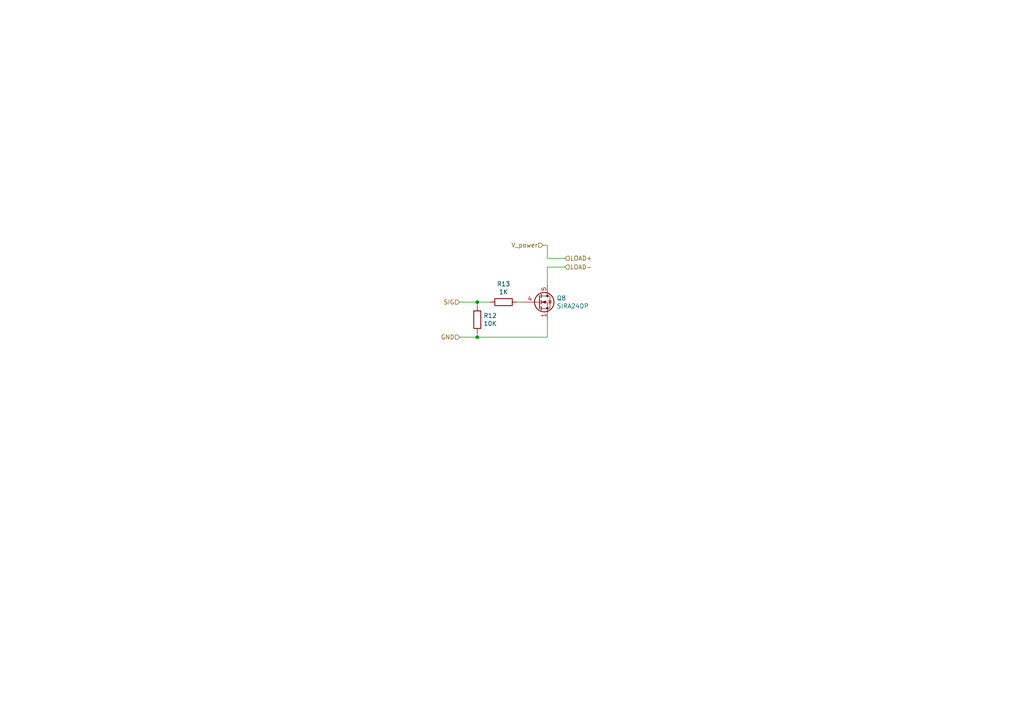
<source format=kicad_sch>
(kicad_sch (version 20211123) (generator eeschema)
  (paper "A4")
  (lib_symbols
    (symbol "Device:R" (pin_numbers hide) (pin_names (offset 0))
      (property "Reference" "R" (at 2.032 0 90))
      (property "Value" "R" (at 0 0 90))
      (symbol "R_0_1"
        (rectangle (start -1.016 -2.54) (end 1.016 2.54) (stroke (width 0.254)))
      )
      (symbol "R_1_1"
        (pin passive line (at 0 3.81 270) (length 1.27) (name "~") (number "1"))
        (pin passive line (at 0 -3.81 90) (length 1.27) (name "~") (number "2"))
      )
    )
    (symbol "william_fets:SIRA24DP" (pin_names (offset 0) hide)
      (property "Reference" "Q" (at 5.08 1.27 0))
      (property "Value" "william_fets_SIRA24DP" (at 5.08 -1.27 0))
      (symbol "SIRA24DP_0_1"
        (polyline (pts (xy 0.0508 0) (xy 0.254 0)))
        (polyline (pts (xy 0.762 -1.778) (xy 2.54 -1.778)))
        (polyline (pts (xy 0.762 -1.27) (xy 0.762 -2.286)) (stroke (width 0.254)))
        (polyline (pts (xy 0.762 0) (xy 2.54 0)))
        (polyline (pts (xy 0.762 0.508) (xy 0.762 -0.508)) (stroke (width 0.254)))
        (polyline (pts (xy 0.762 1.778) (xy 2.54 1.778)))
        (polyline (pts (xy 0.762 2.286) (xy 0.762 1.27)) (stroke (width 0.254)))
        (polyline (pts (xy 2.54 -1.778) (xy 2.54 -2.54)))
        (polyline (pts (xy 2.54 -1.778) (xy 2.54 0)))
        (polyline (pts (xy 2.54 2.54) (xy 2.54 1.778)))
        (polyline (pts (xy 0.254 1.905) (xy 0.254 -1.905) (xy 0.254 -1.905)) (stroke (width 0.254)))
        (polyline (pts (xy 1.016 0) (xy 2.032 0.381) (xy 2.032 -0.381) (xy 1.016 0)) (fill (type outline)))
        (polyline (pts (xy 2.54 -1.778) (xy 3.302 -1.778) (xy 3.302 1.778) (xy 2.54 1.778)))
        (polyline (pts (xy 2.794 0.508) (xy 2.921 0.381) (xy 3.683 0.381) (xy 3.81 0.254)))
        (polyline (pts (xy 3.302 0.381) (xy 2.921 -0.254) (xy 3.683 -0.254) (xy 3.302 0.381)))
        (circle (center 1.651 0) (radius 2.8194) (stroke (width 0.254)))
        (circle (center 2.54 -1.778) (radius 0.2794) (fill (type outline)))
        (circle (center 2.54 1.778) (radius 0.2794) (fill (type outline)))
      )
      (symbol "SIRA24DP_1_1"
        (pin passive line (at 2.54 -5.08 90) (length 2.54) (name "S") (number "1"))
        (pin passive line (at 2.54 -5.08 90) (length 2.54) hide (name "S") (number "2"))
        (pin passive line (at 2.54 -5.08 90) (length 2.54) hide (name "S") (number "3"))
        (pin input line (at -5.08 0 0) (length 5.08) (name "G") (number "4"))
        (pin passive line (at 2.54 5.08 270) (length 2.54) (name "D") (number "5"))
      )
    )
  )
  (junction (at 138.43 87.63))
  (junction (at 138.43 97.79))
  (wire (pts (xy 133.35 97.79) (xy 138.43 97.79)))
  (wire (pts (xy 138.43 97.79) (xy 158.75 97.79)))
  (wire (pts (xy 133.35 87.63) (xy 138.43 87.63)))
  (wire (pts (xy 138.43 87.63) (xy 142.24 87.63)))
  (wire (pts (xy 158.75 77.47) (xy 158.75 82.55)))
  (wire (pts (xy 149.86 87.63) (xy 151.13 87.63)))
  (wire (pts (xy 158.75 71.12) (xy 157.48 71.12)))
  (wire (pts (xy 163.83 77.47) (xy 158.75 77.47)))
  (wire (pts (xy 158.75 74.93) (xy 158.75 71.12)))
  (wire (pts (xy 138.43 96.52) (xy 138.43 97.79)))
  (wire (pts (xy 163.83 74.93) (xy 158.75 74.93)))
  (wire (pts (xy 138.43 88.9) (xy 138.43 87.63)))
  (wire (pts (xy 158.75 97.79) (xy 158.75 92.71)))
  (hierarchical_label "LOAD-" (shape input) (at 163.83 77.47 0))
  (hierarchical_label "SIG" (shape input) (at 133.35 87.63 180))
  (hierarchical_label "V_power" (shape input) (at 157.48 71.12 180))
  (hierarchical_label "GND" (shape input) (at 133.35 97.79 180))
  (hierarchical_label "LOAD+" (shape input) (at 163.83 74.93 0))
  (symbol (lib_id "Device:R") (at 146.05 87.63 270)
    (property "Reference" "R13" (at 146.05 82.3722 90))
    (property "Value" "1K" (at 146.05 84.6836 90))
    (property "Footprint" "Resistor_SMD:R_0603_1608Metric" (effects hide))
  )
  (symbol (lib_id "Device:R") (at 138.43 92.71 0)
    (property "Reference" "R12" (at 140.208 91.5416 0) (effects (justify left)))
    (property "Value" "10K" (at 140.208 93.853 0) (effects (justify left)))
    (property "Footprint" "Resistor_SMD:R_0603_1608Metric" (effects hide))
  )
  (symbol (lib_id "william_fets:SIRA24DP") (at 156.21 87.63 0) (unit 1)
    (property "Reference" "Q8" (at 161.4424 86.4616 0) (effects (justify left)))
    (property "Value" "SIRA24DP" (at 161.4424 88.773 0) (effects (justify left)))
    (property "Footprint" "Package_SO:PowerPAK_SO-8_Single" (effects hide))
    (property "Datasheet" "http://aosmd.com/res/data_sheets/AON7524.pdf" (effects hide))
  )
)
</source>
